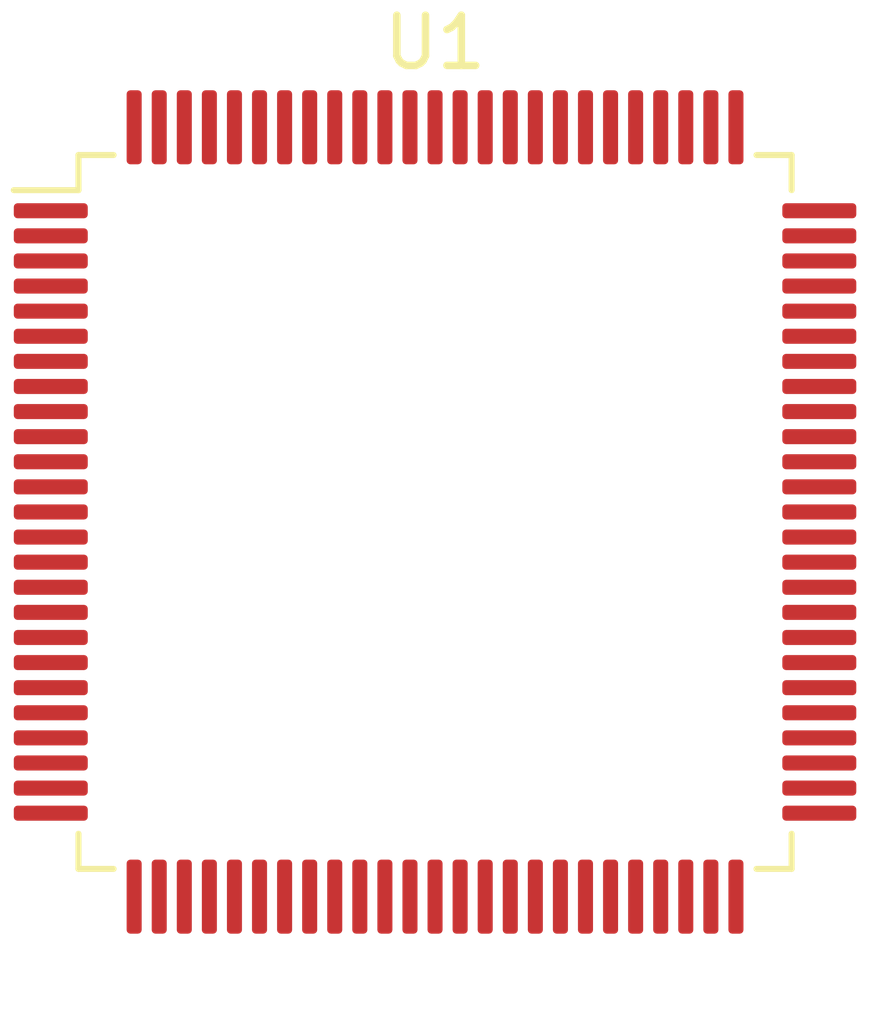
<source format=kicad_pcb>
(kicad_pcb (version 20171130) (host pcbnew 5.1.9-1.fc33)

  (general
    (thickness 1.6)
    (drawings 0)
    (tracks 0)
    (zones 0)
    (modules 1)
    (nets 101)
  )

  (page A4)
  (layers
    (0 F.Cu signal)
    (31 B.Cu signal)
    (32 B.Adhes user)
    (33 F.Adhes user)
    (34 B.Paste user)
    (35 F.Paste user)
    (36 B.SilkS user)
    (37 F.SilkS user)
    (38 B.Mask user)
    (39 F.Mask user)
    (40 Dwgs.User user)
    (41 Cmts.User user)
    (42 Eco1.User user)
    (43 Eco2.User user)
    (44 Edge.Cuts user)
    (45 Margin user)
    (46 B.CrtYd user)
    (47 F.CrtYd user)
    (48 B.Fab user)
    (49 F.Fab user)
  )

  (setup
    (last_trace_width 0.25)
    (trace_clearance 0.2)
    (zone_clearance 0.508)
    (zone_45_only no)
    (trace_min 0.2)
    (via_size 0.8)
    (via_drill 0.4)
    (via_min_size 0.4)
    (via_min_drill 0.3)
    (uvia_size 0.3)
    (uvia_drill 0.1)
    (uvias_allowed no)
    (uvia_min_size 0.2)
    (uvia_min_drill 0.1)
    (edge_width 0.05)
    (segment_width 0.2)
    (pcb_text_width 0.3)
    (pcb_text_size 1.5 1.5)
    (mod_edge_width 0.12)
    (mod_text_size 1 1)
    (mod_text_width 0.15)
    (pad_size 1.524 1.524)
    (pad_drill 0.762)
    (pad_to_mask_clearance 0)
    (aux_axis_origin 0 0)
    (visible_elements FFFFFF7F)
    (pcbplotparams
      (layerselection 0x010fc_ffffffff)
      (usegerberextensions false)
      (usegerberattributes true)
      (usegerberadvancedattributes true)
      (creategerberjobfile true)
      (excludeedgelayer true)
      (linewidth 0.100000)
      (plotframeref false)
      (viasonmask false)
      (mode 1)
      (useauxorigin false)
      (hpglpennumber 1)
      (hpglpenspeed 20)
      (hpglpendiameter 15.000000)
      (psnegative false)
      (psa4output false)
      (plotreference true)
      (plotvalue true)
      (plotinvisibletext false)
      (padsonsilk false)
      (subtractmaskfromsilk false)
      (outputformat 1)
      (mirror false)
      (drillshape 1)
      (scaleselection 1)
      (outputdirectory ""))
  )

  (net 0 "")
  (net 1 "Net-(U1-Pad100)")
  (net 2 "Net-(U1-Pad99)")
  (net 3 "Net-(U1-Pad98)")
  (net 4 "Net-(U1-Pad97)")
  (net 5 "Net-(U1-Pad96)")
  (net 6 "Net-(U1-Pad95)")
  (net 7 "Net-(U1-Pad94)")
  (net 8 "Net-(U1-Pad93)")
  (net 9 "Net-(U1-Pad92)")
  (net 10 "Net-(U1-Pad91)")
  (net 11 "Net-(U1-Pad90)")
  (net 12 "Net-(U1-Pad89)")
  (net 13 "Net-(U1-Pad88)")
  (net 14 "Net-(U1-Pad87)")
  (net 15 "Net-(U1-Pad86)")
  (net 16 "Net-(U1-Pad85)")
  (net 17 "Net-(U1-Pad84)")
  (net 18 "Net-(U1-Pad83)")
  (net 19 "Net-(U1-Pad82)")
  (net 20 "Net-(U1-Pad81)")
  (net 21 "Net-(U1-Pad80)")
  (net 22 "Net-(U1-Pad79)")
  (net 23 "Net-(U1-Pad78)")
  (net 24 "Net-(U1-Pad77)")
  (net 25 "Net-(U1-Pad76)")
  (net 26 "Net-(U1-Pad75)")
  (net 27 "Net-(U1-Pad74)")
  (net 28 "Net-(U1-Pad73)")
  (net 29 "Net-(U1-Pad72)")
  (net 30 "Net-(U1-Pad71)")
  (net 31 "Net-(U1-Pad70)")
  (net 32 "Net-(U1-Pad69)")
  (net 33 "Net-(U1-Pad68)")
  (net 34 "Net-(U1-Pad67)")
  (net 35 "Net-(U1-Pad66)")
  (net 36 "Net-(U1-Pad65)")
  (net 37 "Net-(U1-Pad64)")
  (net 38 "Net-(U1-Pad63)")
  (net 39 "Net-(U1-Pad62)")
  (net 40 "Net-(U1-Pad61)")
  (net 41 "Net-(U1-Pad60)")
  (net 42 "Net-(U1-Pad59)")
  (net 43 "Net-(U1-Pad58)")
  (net 44 "Net-(U1-Pad57)")
  (net 45 "Net-(U1-Pad56)")
  (net 46 "Net-(U1-Pad55)")
  (net 47 "Net-(U1-Pad54)")
  (net 48 "Net-(U1-Pad53)")
  (net 49 "Net-(U1-Pad52)")
  (net 50 "Net-(U1-Pad51)")
  (net 51 "Net-(U1-Pad50)")
  (net 52 "Net-(U1-Pad49)")
  (net 53 "Net-(U1-Pad48)")
  (net 54 "Net-(U1-Pad47)")
  (net 55 "Net-(U1-Pad46)")
  (net 56 "Net-(U1-Pad45)")
  (net 57 "Net-(U1-Pad44)")
  (net 58 "Net-(U1-Pad43)")
  (net 59 "Net-(U1-Pad42)")
  (net 60 "Net-(U1-Pad41)")
  (net 61 "Net-(U1-Pad40)")
  (net 62 "Net-(U1-Pad39)")
  (net 63 "Net-(U1-Pad38)")
  (net 64 "Net-(U1-Pad37)")
  (net 65 "Net-(U1-Pad36)")
  (net 66 "Net-(U1-Pad35)")
  (net 67 "Net-(U1-Pad34)")
  (net 68 "Net-(U1-Pad33)")
  (net 69 "Net-(U1-Pad32)")
  (net 70 "Net-(U1-Pad31)")
  (net 71 "Net-(U1-Pad30)")
  (net 72 "Net-(U1-Pad29)")
  (net 73 "Net-(U1-Pad28)")
  (net 74 "Net-(U1-Pad27)")
  (net 75 "Net-(U1-Pad26)")
  (net 76 "Net-(U1-Pad25)")
  (net 77 "Net-(U1-Pad24)")
  (net 78 "Net-(U1-Pad23)")
  (net 79 "Net-(U1-Pad22)")
  (net 80 "Net-(U1-Pad21)")
  (net 81 "Net-(U1-Pad20)")
  (net 82 "Net-(U1-Pad19)")
  (net 83 "Net-(U1-Pad18)")
  (net 84 "Net-(U1-Pad17)")
  (net 85 "Net-(U1-Pad16)")
  (net 86 "Net-(U1-Pad15)")
  (net 87 "Net-(U1-Pad14)")
  (net 88 "Net-(U1-Pad13)")
  (net 89 "Net-(U1-Pad12)")
  (net 90 "Net-(U1-Pad11)")
  (net 91 "Net-(U1-Pad10)")
  (net 92 "Net-(U1-Pad9)")
  (net 93 "Net-(U1-Pad8)")
  (net 94 "Net-(U1-Pad7)")
  (net 95 "Net-(U1-Pad6)")
  (net 96 "Net-(U1-Pad5)")
  (net 97 "Net-(U1-Pad4)")
  (net 98 "Net-(U1-Pad3)")
  (net 99 "Net-(U1-Pad2)")
  (net 100 "Net-(U1-Pad1)")

  (net_class Default "This is the default net class."
    (clearance 0.2)
    (trace_width 0.25)
    (via_dia 0.8)
    (via_drill 0.4)
    (uvia_dia 0.3)
    (uvia_drill 0.1)
    (add_net "Net-(U1-Pad1)")
    (add_net "Net-(U1-Pad10)")
    (add_net "Net-(U1-Pad100)")
    (add_net "Net-(U1-Pad11)")
    (add_net "Net-(U1-Pad12)")
    (add_net "Net-(U1-Pad13)")
    (add_net "Net-(U1-Pad14)")
    (add_net "Net-(U1-Pad15)")
    (add_net "Net-(U1-Pad16)")
    (add_net "Net-(U1-Pad17)")
    (add_net "Net-(U1-Pad18)")
    (add_net "Net-(U1-Pad19)")
    (add_net "Net-(U1-Pad2)")
    (add_net "Net-(U1-Pad20)")
    (add_net "Net-(U1-Pad21)")
    (add_net "Net-(U1-Pad22)")
    (add_net "Net-(U1-Pad23)")
    (add_net "Net-(U1-Pad24)")
    (add_net "Net-(U1-Pad25)")
    (add_net "Net-(U1-Pad26)")
    (add_net "Net-(U1-Pad27)")
    (add_net "Net-(U1-Pad28)")
    (add_net "Net-(U1-Pad29)")
    (add_net "Net-(U1-Pad3)")
    (add_net "Net-(U1-Pad30)")
    (add_net "Net-(U1-Pad31)")
    (add_net "Net-(U1-Pad32)")
    (add_net "Net-(U1-Pad33)")
    (add_net "Net-(U1-Pad34)")
    (add_net "Net-(U1-Pad35)")
    (add_net "Net-(U1-Pad36)")
    (add_net "Net-(U1-Pad37)")
    (add_net "Net-(U1-Pad38)")
    (add_net "Net-(U1-Pad39)")
    (add_net "Net-(U1-Pad4)")
    (add_net "Net-(U1-Pad40)")
    (add_net "Net-(U1-Pad41)")
    (add_net "Net-(U1-Pad42)")
    (add_net "Net-(U1-Pad43)")
    (add_net "Net-(U1-Pad44)")
    (add_net "Net-(U1-Pad45)")
    (add_net "Net-(U1-Pad46)")
    (add_net "Net-(U1-Pad47)")
    (add_net "Net-(U1-Pad48)")
    (add_net "Net-(U1-Pad49)")
    (add_net "Net-(U1-Pad5)")
    (add_net "Net-(U1-Pad50)")
    (add_net "Net-(U1-Pad51)")
    (add_net "Net-(U1-Pad52)")
    (add_net "Net-(U1-Pad53)")
    (add_net "Net-(U1-Pad54)")
    (add_net "Net-(U1-Pad55)")
    (add_net "Net-(U1-Pad56)")
    (add_net "Net-(U1-Pad57)")
    (add_net "Net-(U1-Pad58)")
    (add_net "Net-(U1-Pad59)")
    (add_net "Net-(U1-Pad6)")
    (add_net "Net-(U1-Pad60)")
    (add_net "Net-(U1-Pad61)")
    (add_net "Net-(U1-Pad62)")
    (add_net "Net-(U1-Pad63)")
    (add_net "Net-(U1-Pad64)")
    (add_net "Net-(U1-Pad65)")
    (add_net "Net-(U1-Pad66)")
    (add_net "Net-(U1-Pad67)")
    (add_net "Net-(U1-Pad68)")
    (add_net "Net-(U1-Pad69)")
    (add_net "Net-(U1-Pad7)")
    (add_net "Net-(U1-Pad70)")
    (add_net "Net-(U1-Pad71)")
    (add_net "Net-(U1-Pad72)")
    (add_net "Net-(U1-Pad73)")
    (add_net "Net-(U1-Pad74)")
    (add_net "Net-(U1-Pad75)")
    (add_net "Net-(U1-Pad76)")
    (add_net "Net-(U1-Pad77)")
    (add_net "Net-(U1-Pad78)")
    (add_net "Net-(U1-Pad79)")
    (add_net "Net-(U1-Pad8)")
    (add_net "Net-(U1-Pad80)")
    (add_net "Net-(U1-Pad81)")
    (add_net "Net-(U1-Pad82)")
    (add_net "Net-(U1-Pad83)")
    (add_net "Net-(U1-Pad84)")
    (add_net "Net-(U1-Pad85)")
    (add_net "Net-(U1-Pad86)")
    (add_net "Net-(U1-Pad87)")
    (add_net "Net-(U1-Pad88)")
    (add_net "Net-(U1-Pad89)")
    (add_net "Net-(U1-Pad9)")
    (add_net "Net-(U1-Pad90)")
    (add_net "Net-(U1-Pad91)")
    (add_net "Net-(U1-Pad92)")
    (add_net "Net-(U1-Pad93)")
    (add_net "Net-(U1-Pad94)")
    (add_net "Net-(U1-Pad95)")
    (add_net "Net-(U1-Pad96)")
    (add_net "Net-(U1-Pad97)")
    (add_net "Net-(U1-Pad98)")
    (add_net "Net-(U1-Pad99)")
  )

  (module Package_QFP:TQFP-100_14x14mm_P0.5mm (layer F.Cu) (tedit 5D9F72B1) (tstamp 607AA133)
    (at 139.7 96.52)
    (descr "TQFP, 100 Pin (http://www.microsemi.com/index.php?option=com_docman&task=doc_download&gid=131095), generated with kicad-footprint-generator ipc_gullwing_generator.py")
    (tags "TQFP QFP")
    (path /606C76A0)
    (attr smd)
    (fp_text reference U1 (at 0 -9.35) (layer F.SilkS)
      (effects (font (size 1 1) (thickness 0.15)))
    )
    (fp_text value ATmega2560 (at 0 9.35) (layer F.Fab)
      (effects (font (size 1 1) (thickness 0.15)))
    )
    (fp_text user %R (at 0 0) (layer F.Fab)
      (effects (font (size 1 1) (thickness 0.15)))
    )
    (fp_line (start 6.41 7.11) (end 7.11 7.11) (layer F.SilkS) (width 0.12))
    (fp_line (start 7.11 7.11) (end 7.11 6.41) (layer F.SilkS) (width 0.12))
    (fp_line (start -6.41 7.11) (end -7.11 7.11) (layer F.SilkS) (width 0.12))
    (fp_line (start -7.11 7.11) (end -7.11 6.41) (layer F.SilkS) (width 0.12))
    (fp_line (start 6.41 -7.11) (end 7.11 -7.11) (layer F.SilkS) (width 0.12))
    (fp_line (start 7.11 -7.11) (end 7.11 -6.41) (layer F.SilkS) (width 0.12))
    (fp_line (start -6.41 -7.11) (end -7.11 -7.11) (layer F.SilkS) (width 0.12))
    (fp_line (start -7.11 -7.11) (end -7.11 -6.41) (layer F.SilkS) (width 0.12))
    (fp_line (start -7.11 -6.41) (end -8.4 -6.41) (layer F.SilkS) (width 0.12))
    (fp_line (start -6 -7) (end 7 -7) (layer F.Fab) (width 0.1))
    (fp_line (start 7 -7) (end 7 7) (layer F.Fab) (width 0.1))
    (fp_line (start 7 7) (end -7 7) (layer F.Fab) (width 0.1))
    (fp_line (start -7 7) (end -7 -6) (layer F.Fab) (width 0.1))
    (fp_line (start -7 -6) (end -6 -7) (layer F.Fab) (width 0.1))
    (fp_line (start 0 -8.65) (end -6.4 -8.65) (layer F.CrtYd) (width 0.05))
    (fp_line (start -6.4 -8.65) (end -6.4 -7.25) (layer F.CrtYd) (width 0.05))
    (fp_line (start -6.4 -7.25) (end -7.25 -7.25) (layer F.CrtYd) (width 0.05))
    (fp_line (start -7.25 -7.25) (end -7.25 -6.4) (layer F.CrtYd) (width 0.05))
    (fp_line (start -7.25 -6.4) (end -8.65 -6.4) (layer F.CrtYd) (width 0.05))
    (fp_line (start -8.65 -6.4) (end -8.65 0) (layer F.CrtYd) (width 0.05))
    (fp_line (start 0 -8.65) (end 6.4 -8.65) (layer F.CrtYd) (width 0.05))
    (fp_line (start 6.4 -8.65) (end 6.4 -7.25) (layer F.CrtYd) (width 0.05))
    (fp_line (start 6.4 -7.25) (end 7.25 -7.25) (layer F.CrtYd) (width 0.05))
    (fp_line (start 7.25 -7.25) (end 7.25 -6.4) (layer F.CrtYd) (width 0.05))
    (fp_line (start 7.25 -6.4) (end 8.65 -6.4) (layer F.CrtYd) (width 0.05))
    (fp_line (start 8.65 -6.4) (end 8.65 0) (layer F.CrtYd) (width 0.05))
    (fp_line (start 0 8.65) (end -6.4 8.65) (layer F.CrtYd) (width 0.05))
    (fp_line (start -6.4 8.65) (end -6.4 7.25) (layer F.CrtYd) (width 0.05))
    (fp_line (start -6.4 7.25) (end -7.25 7.25) (layer F.CrtYd) (width 0.05))
    (fp_line (start -7.25 7.25) (end -7.25 6.4) (layer F.CrtYd) (width 0.05))
    (fp_line (start -7.25 6.4) (end -8.65 6.4) (layer F.CrtYd) (width 0.05))
    (fp_line (start -8.65 6.4) (end -8.65 0) (layer F.CrtYd) (width 0.05))
    (fp_line (start 0 8.65) (end 6.4 8.65) (layer F.CrtYd) (width 0.05))
    (fp_line (start 6.4 8.65) (end 6.4 7.25) (layer F.CrtYd) (width 0.05))
    (fp_line (start 6.4 7.25) (end 7.25 7.25) (layer F.CrtYd) (width 0.05))
    (fp_line (start 7.25 7.25) (end 7.25 6.4) (layer F.CrtYd) (width 0.05))
    (fp_line (start 7.25 6.4) (end 8.65 6.4) (layer F.CrtYd) (width 0.05))
    (fp_line (start 8.65 6.4) (end 8.65 0) (layer F.CrtYd) (width 0.05))
    (pad 100 smd roundrect (at -6 -7.6625) (size 0.3 1.475) (layers F.Cu F.Paste F.Mask) (roundrect_rratio 0.25)
      (net 1 "Net-(U1-Pad100)"))
    (pad 99 smd roundrect (at -5.5 -7.6625) (size 0.3 1.475) (layers F.Cu F.Paste F.Mask) (roundrect_rratio 0.25)
      (net 2 "Net-(U1-Pad99)"))
    (pad 98 smd roundrect (at -5 -7.6625) (size 0.3 1.475) (layers F.Cu F.Paste F.Mask) (roundrect_rratio 0.25)
      (net 3 "Net-(U1-Pad98)"))
    (pad 97 smd roundrect (at -4.5 -7.6625) (size 0.3 1.475) (layers F.Cu F.Paste F.Mask) (roundrect_rratio 0.25)
      (net 4 "Net-(U1-Pad97)"))
    (pad 96 smd roundrect (at -4 -7.6625) (size 0.3 1.475) (layers F.Cu F.Paste F.Mask) (roundrect_rratio 0.25)
      (net 5 "Net-(U1-Pad96)"))
    (pad 95 smd roundrect (at -3.5 -7.6625) (size 0.3 1.475) (layers F.Cu F.Paste F.Mask) (roundrect_rratio 0.25)
      (net 6 "Net-(U1-Pad95)"))
    (pad 94 smd roundrect (at -3 -7.6625) (size 0.3 1.475) (layers F.Cu F.Paste F.Mask) (roundrect_rratio 0.25)
      (net 7 "Net-(U1-Pad94)"))
    (pad 93 smd roundrect (at -2.5 -7.6625) (size 0.3 1.475) (layers F.Cu F.Paste F.Mask) (roundrect_rratio 0.25)
      (net 8 "Net-(U1-Pad93)"))
    (pad 92 smd roundrect (at -2 -7.6625) (size 0.3 1.475) (layers F.Cu F.Paste F.Mask) (roundrect_rratio 0.25)
      (net 9 "Net-(U1-Pad92)"))
    (pad 91 smd roundrect (at -1.5 -7.6625) (size 0.3 1.475) (layers F.Cu F.Paste F.Mask) (roundrect_rratio 0.25)
      (net 10 "Net-(U1-Pad91)"))
    (pad 90 smd roundrect (at -1 -7.6625) (size 0.3 1.475) (layers F.Cu F.Paste F.Mask) (roundrect_rratio 0.25)
      (net 11 "Net-(U1-Pad90)"))
    (pad 89 smd roundrect (at -0.5 -7.6625) (size 0.3 1.475) (layers F.Cu F.Paste F.Mask) (roundrect_rratio 0.25)
      (net 12 "Net-(U1-Pad89)"))
    (pad 88 smd roundrect (at 0 -7.6625) (size 0.3 1.475) (layers F.Cu F.Paste F.Mask) (roundrect_rratio 0.25)
      (net 13 "Net-(U1-Pad88)"))
    (pad 87 smd roundrect (at 0.5 -7.6625) (size 0.3 1.475) (layers F.Cu F.Paste F.Mask) (roundrect_rratio 0.25)
      (net 14 "Net-(U1-Pad87)"))
    (pad 86 smd roundrect (at 1 -7.6625) (size 0.3 1.475) (layers F.Cu F.Paste F.Mask) (roundrect_rratio 0.25)
      (net 15 "Net-(U1-Pad86)"))
    (pad 85 smd roundrect (at 1.5 -7.6625) (size 0.3 1.475) (layers F.Cu F.Paste F.Mask) (roundrect_rratio 0.25)
      (net 16 "Net-(U1-Pad85)"))
    (pad 84 smd roundrect (at 2 -7.6625) (size 0.3 1.475) (layers F.Cu F.Paste F.Mask) (roundrect_rratio 0.25)
      (net 17 "Net-(U1-Pad84)"))
    (pad 83 smd roundrect (at 2.5 -7.6625) (size 0.3 1.475) (layers F.Cu F.Paste F.Mask) (roundrect_rratio 0.25)
      (net 18 "Net-(U1-Pad83)"))
    (pad 82 smd roundrect (at 3 -7.6625) (size 0.3 1.475) (layers F.Cu F.Paste F.Mask) (roundrect_rratio 0.25)
      (net 19 "Net-(U1-Pad82)"))
    (pad 81 smd roundrect (at 3.5 -7.6625) (size 0.3 1.475) (layers F.Cu F.Paste F.Mask) (roundrect_rratio 0.25)
      (net 20 "Net-(U1-Pad81)"))
    (pad 80 smd roundrect (at 4 -7.6625) (size 0.3 1.475) (layers F.Cu F.Paste F.Mask) (roundrect_rratio 0.25)
      (net 21 "Net-(U1-Pad80)"))
    (pad 79 smd roundrect (at 4.5 -7.6625) (size 0.3 1.475) (layers F.Cu F.Paste F.Mask) (roundrect_rratio 0.25)
      (net 22 "Net-(U1-Pad79)"))
    (pad 78 smd roundrect (at 5 -7.6625) (size 0.3 1.475) (layers F.Cu F.Paste F.Mask) (roundrect_rratio 0.25)
      (net 23 "Net-(U1-Pad78)"))
    (pad 77 smd roundrect (at 5.5 -7.6625) (size 0.3 1.475) (layers F.Cu F.Paste F.Mask) (roundrect_rratio 0.25)
      (net 24 "Net-(U1-Pad77)"))
    (pad 76 smd roundrect (at 6 -7.6625) (size 0.3 1.475) (layers F.Cu F.Paste F.Mask) (roundrect_rratio 0.25)
      (net 25 "Net-(U1-Pad76)"))
    (pad 75 smd roundrect (at 7.6625 -6) (size 1.475 0.3) (layers F.Cu F.Paste F.Mask) (roundrect_rratio 0.25)
      (net 26 "Net-(U1-Pad75)"))
    (pad 74 smd roundrect (at 7.6625 -5.5) (size 1.475 0.3) (layers F.Cu F.Paste F.Mask) (roundrect_rratio 0.25)
      (net 27 "Net-(U1-Pad74)"))
    (pad 73 smd roundrect (at 7.6625 -5) (size 1.475 0.3) (layers F.Cu F.Paste F.Mask) (roundrect_rratio 0.25)
      (net 28 "Net-(U1-Pad73)"))
    (pad 72 smd roundrect (at 7.6625 -4.5) (size 1.475 0.3) (layers F.Cu F.Paste F.Mask) (roundrect_rratio 0.25)
      (net 29 "Net-(U1-Pad72)"))
    (pad 71 smd roundrect (at 7.6625 -4) (size 1.475 0.3) (layers F.Cu F.Paste F.Mask) (roundrect_rratio 0.25)
      (net 30 "Net-(U1-Pad71)"))
    (pad 70 smd roundrect (at 7.6625 -3.5) (size 1.475 0.3) (layers F.Cu F.Paste F.Mask) (roundrect_rratio 0.25)
      (net 31 "Net-(U1-Pad70)"))
    (pad 69 smd roundrect (at 7.6625 -3) (size 1.475 0.3) (layers F.Cu F.Paste F.Mask) (roundrect_rratio 0.25)
      (net 32 "Net-(U1-Pad69)"))
    (pad 68 smd roundrect (at 7.6625 -2.5) (size 1.475 0.3) (layers F.Cu F.Paste F.Mask) (roundrect_rratio 0.25)
      (net 33 "Net-(U1-Pad68)"))
    (pad 67 smd roundrect (at 7.6625 -2) (size 1.475 0.3) (layers F.Cu F.Paste F.Mask) (roundrect_rratio 0.25)
      (net 34 "Net-(U1-Pad67)"))
    (pad 66 smd roundrect (at 7.6625 -1.5) (size 1.475 0.3) (layers F.Cu F.Paste F.Mask) (roundrect_rratio 0.25)
      (net 35 "Net-(U1-Pad66)"))
    (pad 65 smd roundrect (at 7.6625 -1) (size 1.475 0.3) (layers F.Cu F.Paste F.Mask) (roundrect_rratio 0.25)
      (net 36 "Net-(U1-Pad65)"))
    (pad 64 smd roundrect (at 7.6625 -0.5) (size 1.475 0.3) (layers F.Cu F.Paste F.Mask) (roundrect_rratio 0.25)
      (net 37 "Net-(U1-Pad64)"))
    (pad 63 smd roundrect (at 7.6625 0) (size 1.475 0.3) (layers F.Cu F.Paste F.Mask) (roundrect_rratio 0.25)
      (net 38 "Net-(U1-Pad63)"))
    (pad 62 smd roundrect (at 7.6625 0.5) (size 1.475 0.3) (layers F.Cu F.Paste F.Mask) (roundrect_rratio 0.25)
      (net 39 "Net-(U1-Pad62)"))
    (pad 61 smd roundrect (at 7.6625 1) (size 1.475 0.3) (layers F.Cu F.Paste F.Mask) (roundrect_rratio 0.25)
      (net 40 "Net-(U1-Pad61)"))
    (pad 60 smd roundrect (at 7.6625 1.5) (size 1.475 0.3) (layers F.Cu F.Paste F.Mask) (roundrect_rratio 0.25)
      (net 41 "Net-(U1-Pad60)"))
    (pad 59 smd roundrect (at 7.6625 2) (size 1.475 0.3) (layers F.Cu F.Paste F.Mask) (roundrect_rratio 0.25)
      (net 42 "Net-(U1-Pad59)"))
    (pad 58 smd roundrect (at 7.6625 2.5) (size 1.475 0.3) (layers F.Cu F.Paste F.Mask) (roundrect_rratio 0.25)
      (net 43 "Net-(U1-Pad58)"))
    (pad 57 smd roundrect (at 7.6625 3) (size 1.475 0.3) (layers F.Cu F.Paste F.Mask) (roundrect_rratio 0.25)
      (net 44 "Net-(U1-Pad57)"))
    (pad 56 smd roundrect (at 7.6625 3.5) (size 1.475 0.3) (layers F.Cu F.Paste F.Mask) (roundrect_rratio 0.25)
      (net 45 "Net-(U1-Pad56)"))
    (pad 55 smd roundrect (at 7.6625 4) (size 1.475 0.3) (layers F.Cu F.Paste F.Mask) (roundrect_rratio 0.25)
      (net 46 "Net-(U1-Pad55)"))
    (pad 54 smd roundrect (at 7.6625 4.5) (size 1.475 0.3) (layers F.Cu F.Paste F.Mask) (roundrect_rratio 0.25)
      (net 47 "Net-(U1-Pad54)"))
    (pad 53 smd roundrect (at 7.6625 5) (size 1.475 0.3) (layers F.Cu F.Paste F.Mask) (roundrect_rratio 0.25)
      (net 48 "Net-(U1-Pad53)"))
    (pad 52 smd roundrect (at 7.6625 5.5) (size 1.475 0.3) (layers F.Cu F.Paste F.Mask) (roundrect_rratio 0.25)
      (net 49 "Net-(U1-Pad52)"))
    (pad 51 smd roundrect (at 7.6625 6) (size 1.475 0.3) (layers F.Cu F.Paste F.Mask) (roundrect_rratio 0.25)
      (net 50 "Net-(U1-Pad51)"))
    (pad 50 smd roundrect (at 6 7.6625) (size 0.3 1.475) (layers F.Cu F.Paste F.Mask) (roundrect_rratio 0.25)
      (net 51 "Net-(U1-Pad50)"))
    (pad 49 smd roundrect (at 5.5 7.6625) (size 0.3 1.475) (layers F.Cu F.Paste F.Mask) (roundrect_rratio 0.25)
      (net 52 "Net-(U1-Pad49)"))
    (pad 48 smd roundrect (at 5 7.6625) (size 0.3 1.475) (layers F.Cu F.Paste F.Mask) (roundrect_rratio 0.25)
      (net 53 "Net-(U1-Pad48)"))
    (pad 47 smd roundrect (at 4.5 7.6625) (size 0.3 1.475) (layers F.Cu F.Paste F.Mask) (roundrect_rratio 0.25)
      (net 54 "Net-(U1-Pad47)"))
    (pad 46 smd roundrect (at 4 7.6625) (size 0.3 1.475) (layers F.Cu F.Paste F.Mask) (roundrect_rratio 0.25)
      (net 55 "Net-(U1-Pad46)"))
    (pad 45 smd roundrect (at 3.5 7.6625) (size 0.3 1.475) (layers F.Cu F.Paste F.Mask) (roundrect_rratio 0.25)
      (net 56 "Net-(U1-Pad45)"))
    (pad 44 smd roundrect (at 3 7.6625) (size 0.3 1.475) (layers F.Cu F.Paste F.Mask) (roundrect_rratio 0.25)
      (net 57 "Net-(U1-Pad44)"))
    (pad 43 smd roundrect (at 2.5 7.6625) (size 0.3 1.475) (layers F.Cu F.Paste F.Mask) (roundrect_rratio 0.25)
      (net 58 "Net-(U1-Pad43)"))
    (pad 42 smd roundrect (at 2 7.6625) (size 0.3 1.475) (layers F.Cu F.Paste F.Mask) (roundrect_rratio 0.25)
      (net 59 "Net-(U1-Pad42)"))
    (pad 41 smd roundrect (at 1.5 7.6625) (size 0.3 1.475) (layers F.Cu F.Paste F.Mask) (roundrect_rratio 0.25)
      (net 60 "Net-(U1-Pad41)"))
    (pad 40 smd roundrect (at 1 7.6625) (size 0.3 1.475) (layers F.Cu F.Paste F.Mask) (roundrect_rratio 0.25)
      (net 61 "Net-(U1-Pad40)"))
    (pad 39 smd roundrect (at 0.5 7.6625) (size 0.3 1.475) (layers F.Cu F.Paste F.Mask) (roundrect_rratio 0.25)
      (net 62 "Net-(U1-Pad39)"))
    (pad 38 smd roundrect (at 0 7.6625) (size 0.3 1.475) (layers F.Cu F.Paste F.Mask) (roundrect_rratio 0.25)
      (net 63 "Net-(U1-Pad38)"))
    (pad 37 smd roundrect (at -0.5 7.6625) (size 0.3 1.475) (layers F.Cu F.Paste F.Mask) (roundrect_rratio 0.25)
      (net 64 "Net-(U1-Pad37)"))
    (pad 36 smd roundrect (at -1 7.6625) (size 0.3 1.475) (layers F.Cu F.Paste F.Mask) (roundrect_rratio 0.25)
      (net 65 "Net-(U1-Pad36)"))
    (pad 35 smd roundrect (at -1.5 7.6625) (size 0.3 1.475) (layers F.Cu F.Paste F.Mask) (roundrect_rratio 0.25)
      (net 66 "Net-(U1-Pad35)"))
    (pad 34 smd roundrect (at -2 7.6625) (size 0.3 1.475) (layers F.Cu F.Paste F.Mask) (roundrect_rratio 0.25)
      (net 67 "Net-(U1-Pad34)"))
    (pad 33 smd roundrect (at -2.5 7.6625) (size 0.3 1.475) (layers F.Cu F.Paste F.Mask) (roundrect_rratio 0.25)
      (net 68 "Net-(U1-Pad33)"))
    (pad 32 smd roundrect (at -3 7.6625) (size 0.3 1.475) (layers F.Cu F.Paste F.Mask) (roundrect_rratio 0.25)
      (net 69 "Net-(U1-Pad32)"))
    (pad 31 smd roundrect (at -3.5 7.6625) (size 0.3 1.475) (layers F.Cu F.Paste F.Mask) (roundrect_rratio 0.25)
      (net 70 "Net-(U1-Pad31)"))
    (pad 30 smd roundrect (at -4 7.6625) (size 0.3 1.475) (layers F.Cu F.Paste F.Mask) (roundrect_rratio 0.25)
      (net 71 "Net-(U1-Pad30)"))
    (pad 29 smd roundrect (at -4.5 7.6625) (size 0.3 1.475) (layers F.Cu F.Paste F.Mask) (roundrect_rratio 0.25)
      (net 72 "Net-(U1-Pad29)"))
    (pad 28 smd roundrect (at -5 7.6625) (size 0.3 1.475) (layers F.Cu F.Paste F.Mask) (roundrect_rratio 0.25)
      (net 73 "Net-(U1-Pad28)"))
    (pad 27 smd roundrect (at -5.5 7.6625) (size 0.3 1.475) (layers F.Cu F.Paste F.Mask) (roundrect_rratio 0.25)
      (net 74 "Net-(U1-Pad27)"))
    (pad 26 smd roundrect (at -6 7.6625) (size 0.3 1.475) (layers F.Cu F.Paste F.Mask) (roundrect_rratio 0.25)
      (net 75 "Net-(U1-Pad26)"))
    (pad 25 smd roundrect (at -7.6625 6) (size 1.475 0.3) (layers F.Cu F.Paste F.Mask) (roundrect_rratio 0.25)
      (net 76 "Net-(U1-Pad25)"))
    (pad 24 smd roundrect (at -7.6625 5.5) (size 1.475 0.3) (layers F.Cu F.Paste F.Mask) (roundrect_rratio 0.25)
      (net 77 "Net-(U1-Pad24)"))
    (pad 23 smd roundrect (at -7.6625 5) (size 1.475 0.3) (layers F.Cu F.Paste F.Mask) (roundrect_rratio 0.25)
      (net 78 "Net-(U1-Pad23)"))
    (pad 22 smd roundrect (at -7.6625 4.5) (size 1.475 0.3) (layers F.Cu F.Paste F.Mask) (roundrect_rratio 0.25)
      (net 79 "Net-(U1-Pad22)"))
    (pad 21 smd roundrect (at -7.6625 4) (size 1.475 0.3) (layers F.Cu F.Paste F.Mask) (roundrect_rratio 0.25)
      (net 80 "Net-(U1-Pad21)"))
    (pad 20 smd roundrect (at -7.6625 3.5) (size 1.475 0.3) (layers F.Cu F.Paste F.Mask) (roundrect_rratio 0.25)
      (net 81 "Net-(U1-Pad20)"))
    (pad 19 smd roundrect (at -7.6625 3) (size 1.475 0.3) (layers F.Cu F.Paste F.Mask) (roundrect_rratio 0.25)
      (net 82 "Net-(U1-Pad19)"))
    (pad 18 smd roundrect (at -7.6625 2.5) (size 1.475 0.3) (layers F.Cu F.Paste F.Mask) (roundrect_rratio 0.25)
      (net 83 "Net-(U1-Pad18)"))
    (pad 17 smd roundrect (at -7.6625 2) (size 1.475 0.3) (layers F.Cu F.Paste F.Mask) (roundrect_rratio 0.25)
      (net 84 "Net-(U1-Pad17)"))
    (pad 16 smd roundrect (at -7.6625 1.5) (size 1.475 0.3) (layers F.Cu F.Paste F.Mask) (roundrect_rratio 0.25)
      (net 85 "Net-(U1-Pad16)"))
    (pad 15 smd roundrect (at -7.6625 1) (size 1.475 0.3) (layers F.Cu F.Paste F.Mask) (roundrect_rratio 0.25)
      (net 86 "Net-(U1-Pad15)"))
    (pad 14 smd roundrect (at -7.6625 0.5) (size 1.475 0.3) (layers F.Cu F.Paste F.Mask) (roundrect_rratio 0.25)
      (net 87 "Net-(U1-Pad14)"))
    (pad 13 smd roundrect (at -7.6625 0) (size 1.475 0.3) (layers F.Cu F.Paste F.Mask) (roundrect_rratio 0.25)
      (net 88 "Net-(U1-Pad13)"))
    (pad 12 smd roundrect (at -7.6625 -0.5) (size 1.475 0.3) (layers F.Cu F.Paste F.Mask) (roundrect_rratio 0.25)
      (net 89 "Net-(U1-Pad12)"))
    (pad 11 smd roundrect (at -7.6625 -1) (size 1.475 0.3) (layers F.Cu F.Paste F.Mask) (roundrect_rratio 0.25)
      (net 90 "Net-(U1-Pad11)"))
    (pad 10 smd roundrect (at -7.6625 -1.5) (size 1.475 0.3) (layers F.Cu F.Paste F.Mask) (roundrect_rratio 0.25)
      (net 91 "Net-(U1-Pad10)"))
    (pad 9 smd roundrect (at -7.6625 -2) (size 1.475 0.3) (layers F.Cu F.Paste F.Mask) (roundrect_rratio 0.25)
      (net 92 "Net-(U1-Pad9)"))
    (pad 8 smd roundrect (at -7.6625 -2.5) (size 1.475 0.3) (layers F.Cu F.Paste F.Mask) (roundrect_rratio 0.25)
      (net 93 "Net-(U1-Pad8)"))
    (pad 7 smd roundrect (at -7.6625 -3) (size 1.475 0.3) (layers F.Cu F.Paste F.Mask) (roundrect_rratio 0.25)
      (net 94 "Net-(U1-Pad7)"))
    (pad 6 smd roundrect (at -7.6625 -3.5) (size 1.475 0.3) (layers F.Cu F.Paste F.Mask) (roundrect_rratio 0.25)
      (net 95 "Net-(U1-Pad6)"))
    (pad 5 smd roundrect (at -7.6625 -4) (size 1.475 0.3) (layers F.Cu F.Paste F.Mask) (roundrect_rratio 0.25)
      (net 96 "Net-(U1-Pad5)"))
    (pad 4 smd roundrect (at -7.6625 -4.5) (size 1.475 0.3) (layers F.Cu F.Paste F.Mask) (roundrect_rratio 0.25)
      (net 97 "Net-(U1-Pad4)"))
    (pad 3 smd roundrect (at -7.6625 -5) (size 1.475 0.3) (layers F.Cu F.Paste F.Mask) (roundrect_rratio 0.25)
      (net 98 "Net-(U1-Pad3)"))
    (pad 2 smd roundrect (at -7.6625 -5.5) (size 1.475 0.3) (layers F.Cu F.Paste F.Mask) (roundrect_rratio 0.25)
      (net 99 "Net-(U1-Pad2)"))
    (pad 1 smd roundrect (at -7.6625 -6) (size 1.475 0.3) (layers F.Cu F.Paste F.Mask) (roundrect_rratio 0.25)
      (net 100 "Net-(U1-Pad1)"))
    (model ${KISYS3DMOD}/Package_QFP.3dshapes/TQFP-100_14x14mm_P0.5mm.wrl
      (at (xyz 0 0 0))
      (scale (xyz 1 1 1))
      (rotate (xyz 0 0 0))
    )
  )

)

</source>
